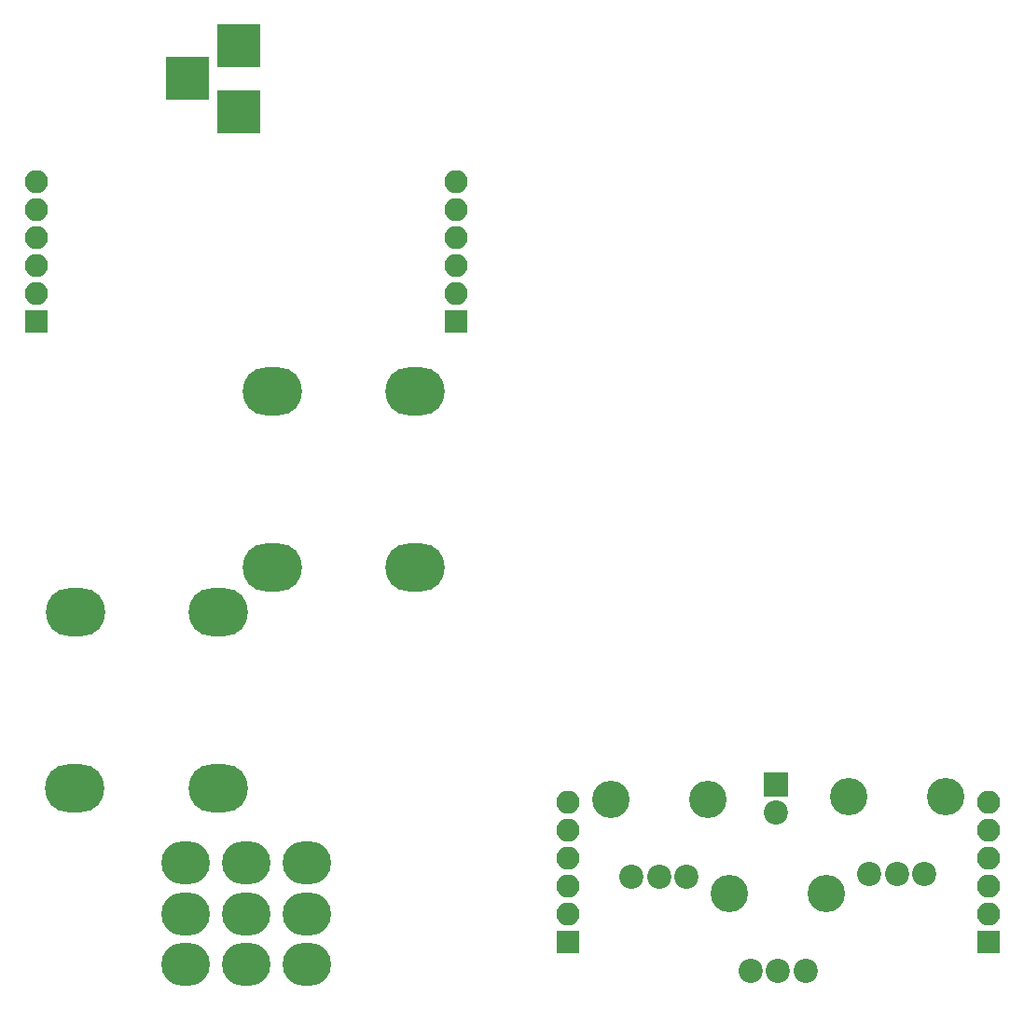
<source format=gbr>
G04 #@! TF.FileFunction,Soldermask,Top*
%FSLAX46Y46*%
G04 Gerber Fmt 4.6, Leading zero omitted, Abs format (unit mm)*
G04 Created by KiCad (PCBNEW 4.0.6) date 12/28/17 16:00:03*
%MOMM*%
%LPD*%
G01*
G04 APERTURE LIST*
%ADD10C,0.100000*%
%ADD11R,3.900000X3.900000*%
%ADD12O,5.400000X4.400000*%
%ADD13O,4.400000X3.900000*%
%ADD14C,2.200000*%
%ADD15C,3.400000*%
%ADD16R,2.200000X2.200000*%
%ADD17R,2.100000X2.100000*%
%ADD18O,2.100000X2.100000*%
G04 APERTURE END LIST*
D10*
D11*
X74422000Y-114046000D03*
X74422000Y-108046000D03*
X69722000Y-111046000D03*
D12*
X77447000Y-155447000D03*
X77447000Y-139447000D03*
X90447000Y-139447000D03*
X90424000Y-155447000D03*
X72540000Y-159513000D03*
X72540000Y-175513000D03*
X59540000Y-175513000D03*
X59563000Y-159513000D03*
D13*
X69557000Y-182344000D03*
X75057000Y-182344000D03*
X80557000Y-182344000D03*
X69557000Y-186944000D03*
X75057000Y-186944000D03*
X80557000Y-186944000D03*
X69557000Y-191544000D03*
X75057000Y-191544000D03*
X80557000Y-191544000D03*
D14*
X131652000Y-183324500D03*
X134152000Y-183324500D03*
X136652000Y-183324500D03*
D15*
X129752000Y-176324500D03*
X138552000Y-176324500D03*
D14*
X120857000Y-192087500D03*
X123357000Y-192087500D03*
X125857000Y-192087500D03*
D15*
X118957000Y-185087500D03*
X127757000Y-185087500D03*
D14*
X110062000Y-183578500D03*
X112562000Y-183578500D03*
X115062000Y-183578500D03*
D15*
X108162000Y-176578500D03*
X116962000Y-176578500D03*
D16*
X123190000Y-175196500D03*
D14*
X123190000Y-177736500D03*
D17*
X142494000Y-189484000D03*
D18*
X142494000Y-186944000D03*
X142494000Y-184404000D03*
X142494000Y-181864000D03*
X142494000Y-179324000D03*
X142494000Y-176784000D03*
D17*
X104267000Y-189484000D03*
D18*
X104267000Y-186944000D03*
X104267000Y-184404000D03*
X104267000Y-181864000D03*
X104267000Y-179324000D03*
X104267000Y-176784000D03*
D17*
X94107000Y-133096000D03*
D18*
X94107000Y-130556000D03*
X94107000Y-128016000D03*
X94107000Y-125476000D03*
X94107000Y-122936000D03*
X94107000Y-120396000D03*
D17*
X56007000Y-133096000D03*
D18*
X56007000Y-130556000D03*
X56007000Y-128016000D03*
X56007000Y-125476000D03*
X56007000Y-122936000D03*
X56007000Y-120396000D03*
M02*

</source>
